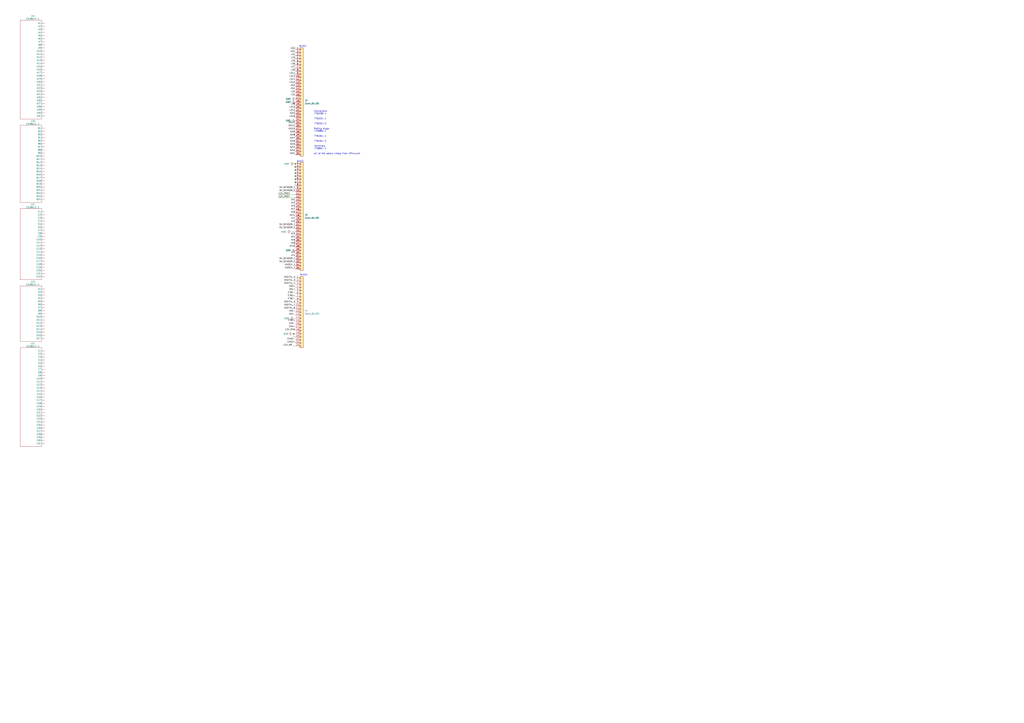
<source format=kicad_sch>
(kicad_sch (version 20210621) (generator eeschema)
  (paper "A1")
  (title_block (title "proteus125honda") (date "2021-09-22") (rev "a") (company "rusEFI"))
  (junction (at 241.3 274.32))
  (junction (at 242.57 134.62))
  (junction (at 242.57 137.16))
  (junction (at 242.57 139.7))
  (junction (at 242.57 142.24))
  (junction (at 242.57 144.78))
  (junction (at 242.57 147.32))
  (junction (at 242.57 149.86))
  (wire (pts (xy 228.6 160.02) (xy 242.57 160.02)))
  (wire (pts (xy 228.6 162.56) (xy 242.57 162.56)))
  (wire (pts (xy 238.76 190.5) (xy 242.57 190.5)))
  (wire (pts (xy 240.03 274.32) (xy 241.3 274.32)))
  (wire (pts (xy 240.03 284.48) (xy 242.57 284.48)))
  (wire (pts (xy 241.3 134.62) (xy 242.57 134.62)))
  (wire (pts (xy 241.3 261.62) (xy 242.57 261.62)))
  (wire (pts (xy 241.3 274.32) (xy 241.3 276.86)))
  (wire (pts (xy 241.3 276.86) (xy 242.57 276.86)))
  (wire (pts (xy 242.57 134.62) (xy 242.57 137.16)))
  (wire (pts (xy 242.57 137.16) (xy 242.57 139.7)))
  (wire (pts (xy 242.57 139.7) (xy 242.57 142.24)))
  (wire (pts (xy 242.57 142.24) (xy 242.57 144.78)))
  (wire (pts (xy 242.57 144.78) (xy 242.57 147.32)))
  (wire (pts (xy 242.57 147.32) (xy 242.57 149.86)))
  (wire (pts (xy 242.57 149.86) (xy 242.57 152.4)))
  (wire (pts (xy 242.57 274.32) (xy 241.3 274.32)))
  (text "WHITE" (at 243.84 133.35 0) (effects (font (size 1.27 1.27)) (justify left bottom)))
  (text "BLACK" (at 245.745 38.735 0) (effects (font (size 1.27 1.27)) (justify left bottom)))
  (text "BLACK" (at 246.38 226.695 0) (effects (font (size 1.27 1.27)) (justify left bottom)))
  (text "Connectors\n776228-1\n\n776231-1\n\n776231-2\n\nMating plugs\n770680-1\n\n776164-1\n\n776164-2\n\nTerminals\n770854-1\n\nall of the above cheap from ttiinc.com" (at 257.81 127 0) (effects (font (size 1.27 1.27)) (justify left bottom)))
  (label "12V_PROT" (at 228.6 160.02 0))
  (label "12V_PROT" (at 228.6 162.56 0))
  (label "12V_MR" (at 240.03 284.48 180))
  (label "HS2" (at 242.57 40.64 180))
  (label "HS1" (at 242.57 43.18 180))
  (label "LS1" (at 242.57 45.72 180))
  (label "LS3" (at 242.57 48.26 180))
  (label "LS5" (at 242.57 50.8 180))
  (label "LS6" (at 242.57 53.34 180))
  (label "LS7" (at 242.57 55.88 180))
  (label "LS9" (at 242.57 58.42 180))
  (label "LS11" (at 242.57 60.96 180))
  (label "LS13" (at 242.57 63.5 180))
  (label "LS14" (at 242.57 66.04 180))
  (label "LS15" (at 242.57 68.58 180))
  (label "HS3" (at 242.57 71.12 180))
  (label "HS4" (at 242.57 73.66 180))
  (label "LS2" (at 242.57 76.2 180))
  (label "LS4" (at 242.57 78.74 180))
  (label "LS8" (at 242.57 86.36 180))
  (label "LS10" (at 242.57 88.9 180))
  (label "LS12" (at 242.57 91.44 180))
  (label "IGN3" (at 242.57 93.98 180))
  (label "LS16" (at 242.57 96.52 180))
  (label "IGN12" (at 242.57 101.6 180))
  (label "IGN11" (at 242.57 104.14 180))
  (label "IGN10" (at 242.57 106.68 180))
  (label "IGN9" (at 242.57 109.22 180))
  (label "IGN8" (at 242.57 111.76 180))
  (label "IGN7" (at 242.57 114.3 180))
  (label "IGN6" (at 242.57 116.84 180))
  (label "IGN5" (at 242.57 119.38 180))
  (label "IGN4" (at 242.57 121.92 180))
  (label "IGN2" (at 242.57 124.46 180))
  (label "IGN1" (at 242.57 127 180))
  (label "5V_SENSOR_1" (at 242.57 154.94 180))
  (label "5V_SENSOR_2" (at 242.57 157.48 180))
  (label "AV1" (at 242.57 165.1 180))
  (label "AV3" (at 242.57 167.64 180))
  (label "AV5" (at 242.57 170.18 180))
  (label "AV7" (at 242.57 172.72 180))
  (label "AV9" (at 242.57 175.26 180))
  (label "AV11" (at 242.57 177.8 180))
  (label "AT1" (at 242.57 180.34 180))
  (label "AT3" (at 242.57 182.88 180))
  (label "5V_SENSOR_1" (at 242.57 185.42 180))
  (label "5V_SENSOR_2" (at 242.57 187.96 180))
  (label "AV2" (at 242.57 193.04 180))
  (label "AV4" (at 242.57 195.58 180))
  (label "AV6" (at 242.57 198.12 180))
  (label "AV8" (at 242.57 200.66 180))
  (label "AV10" (at 242.57 203.2 180))
  (label "AT2" (at 242.57 208.28 180))
  (label "AT4" (at 242.57 210.82 180))
  (label "5V_SENSOR_1" (at 242.57 213.36 180))
  (label "5V_SENSOR_2" (at 242.57 215.9 180))
  (label "KNOCK_1" (at 242.57 218.44 180))
  (label "KNOCK_2" (at 242.57 220.98 180))
  (label "DIGITAL_2" (at 242.57 228.6 180))
  (label "DIGITAL_3" (at 242.57 231.14 180))
  (label "DIGITAL_4" (at 242.57 233.68 180))
  (label "VR2+" (at 242.57 236.22 180))
  (label "VR1+" (at 242.57 238.76 180))
  (label "ETB1-" (at 242.57 241.3 180))
  (label "ETB1+" (at 242.57 243.84 180))
  (label "ETB2-" (at 242.57 246.38 180))
  (label "DIGITAL_5" (at 242.57 248.92 180))
  (label "DIGITAL_1" (at 242.57 251.46 180))
  (label "DIGITAL_6" (at 242.57 254 180))
  (label "VR2-" (at 242.57 256.54 180))
  (label "VR1-" (at 242.57 259.08 180))
  (label "ETB2+" (at 242.57 264.16 180))
  (label "CAN-" (at 242.57 266.7 180))
  (label "CAN+" (at 242.57 269.24 180))
  (label "12V_RAW" (at 242.57 271.78 180))
  (label "CAN2-" (at 242.57 279.4 180))
  (label "CAN2+" (at 242.57 281.94 180))
  (symbol (lib_id "power:GND") (at 238.76 190.5 270) (unit 1)
    (property "Reference" "#PWR0103" (effects hide))
    (property "Value" "GND" (at 234.95 190.5 90) (effects (justify right)))
  )
  (symbol (lib_id "power:GND") (at 240.03 274.32 270) (unit 1)
    (property "Reference" "#PWR0104" (effects hide))
    (property "Value" "GND" (at 236.855 274.32 90) (effects (justify right)))
  )
  (symbol (lib_id "power:GND") (at 241.3 134.62 270) (unit 1)
    (property "Reference" "#PWR0102" (effects hide))
    (property "Value" "GND" (at 237.49 134.62 90) (effects (justify right)))
  )
  (symbol (lib_id "power:GND") (at 241.3 261.62 270) (unit 1)
    (property "Reference" "#PWR0105" (effects hide))
    (property "Value" "GND" (at 237.49 261.62 90) (effects (justify right)))
  )
  (symbol (lib_id "power:GND") (at 242.57 81.28 270) (unit 1)
    (property "Reference" "#PWR0108" (effects hide))
    (property "Value" "GND" (at 238.76 81.28 90) (effects (justify right)))
  )
  (symbol (lib_id "power:GND") (at 242.57 83.82 270) (unit 1)
    (property "Reference" "#PWR0107" (effects hide))
    (property "Value" "GND" (at 238.76 83.82 90) (effects (justify right)))
  )
  (symbol (lib_id "power:GND") (at 242.57 99.06 270) (unit 1)
    (property "Reference" "#PWR0106" (effects hide))
    (property "Value" "GND" (at 238.76 99.06 90) (effects (justify right)))
  )
  (symbol (lib_id "power:GND") (at 242.57 205.74 270) (unit 1)
    (property "Reference" "#PWR0101" (effects hide))
    (property "Value" "GND" (at 238.76 205.74 90) (effects (justify right)))
  )
  (symbol (lib_id "Connector_Generic:Conn_01x23") (at 247.65 256.54 0) (unit 1)
    (property "Reference" "J4" (at 250.19 255.27 0) (effects (justify left)))
    (property "Value" "Conn_01x23" (at 250.19 257.81 0) (effects (justify left)))
    (property "Footprint" "lib:ampseal-23" (effects hide))
    (property "PN" "776228-1" (effects hide))
    (property "LCSC" "N/A" (effects hide))
  )
  (symbol (lib_id "Connector_Generic:Conn_01x35") (at 247.65 83.82 0) (unit 1)
    (property "Reference" "J2" (at 250.19 82.55 0) (effects (justify left)))
    (property "Value" "Conn_01x35" (at 250.19 85.09 0) (effects (justify left)))
    (property "Footprint" "lib:ampseal-35" (effects hide))
    (property "PN" "776231-1" (effects hide))
    (property "LCSC" "N/A" (effects hide))
  )
  (symbol (lib_id "Connector_Generic:Conn_01x35") (at 247.65 177.8 0) (unit 1)
    (property "Reference" "J3" (at 250.19 176.53 0) (effects (justify left)))
    (property "Value" "Conn_01x35" (at 250.19 179.07 0) (effects (justify left)))
    (property "Footprint" "lib:ampseal-35-2" (effects hide))
    (property "PN" "776231-2" (effects hide))
    (property "LCSC" "N/A" (effects hide))
  )
  (symbol (lib_name "1318612-1:1318612-1_4") (lib_id "1318612-1:1318612-1") (at 34.29 234.95 0) (mirror y) (unit 4)
    (property "Reference" "J1" (at 26.8224 231.5676 0))
    (property "Value" "1318612-1" (at 26.8224 233.8663 0))
    (property "Footprint" "lib:13186121" (effects hide))
  )
  (symbol (lib_name "1318612-1:1318612-1_3") (lib_id "1318612-1:1318612-1") (at 34.29 171.45 0) (mirror y) (unit 3)
    (property "Reference" "J1" (at 26.8224 168.0676 0))
    (property "Value" "1318612-1" (at 26.8224 170.3663 0))
    (property "Footprint" "lib:13186121" (effects hide))
  )
  (symbol (lib_name "1318612-1:1318612-1_2") (lib_id "1318612-1:1318612-1") (at 34.29 102.87 0) (mirror y) (unit 2)
    (property "Reference" "J1" (at 26.8224 99.4876 0))
    (property "Value" "1318612-1" (at 26.8224 101.7863 0))
    (property "Footprint" "lib:13186121" (effects hide))
  )
  (symbol (lib_name "1318612-1:1318612-1_1") (lib_id "1318612-1:1318612-1") (at 34.29 16.51 0) (mirror y) (unit 1)
    (property "Reference" "J1" (at 26.8224 13.1276 0))
    (property "Value" "1318612-1" (at 26.8224 15.4263 0))
    (property "Footprint" "lib:13186121" (effects hide))
  )
  (symbol (lib_id "1318612-1:1318612-1") (at 34.29 285.75 0) (mirror y) (unit 5)
    (property "Reference" "J1" (at 26.8224 282.3676 0))
    (property "Value" "1318612-1" (at 26.8224 284.6663 0))
    (property "Footprint" "lib:13186121" (effects hide))
  )
)
</source>
